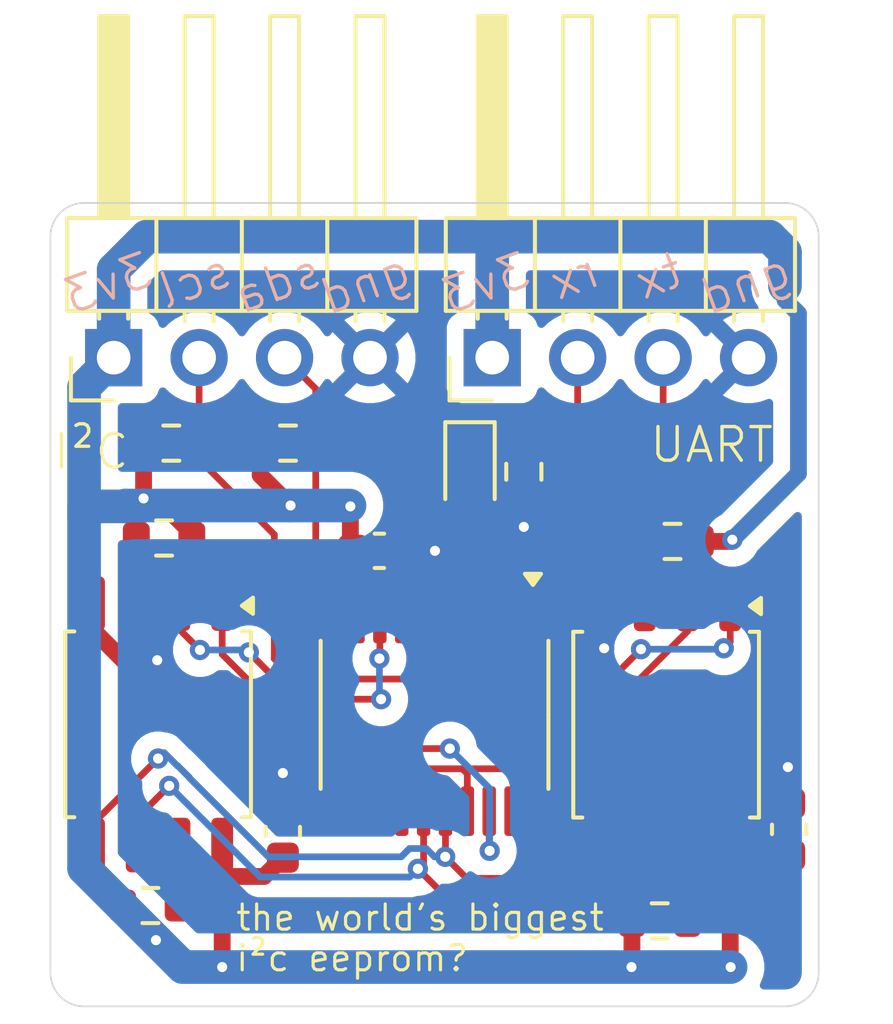
<source format=kicad_pcb>
(kicad_pcb (version 20241229) (generator "pcbnew") (generator_version "9.0")
  (layers (0 "F.Cu" signal) (2 "B.Cu" signal) (13 "F.Paste" user) (15 "B.Paste" user) (5 "F.SilkS" user "F.Silkscreen") (7 "B.SilkS" user "B.Silkscreen") (1 "F.Mask" user) (3 "B.Mask" user) (25 "Edge.Cuts" user))
  (net 0 "")
  (net 1 "+3V3")
  (net 2 "GND")
  (net 3 "Net-(D1-K)")
  (net 4 "Net-(D1-A)")
  (net 5 "Net-(U2-~{WP})")
  (net 6 "Net-(U2-~{HOLD})")
  (net 7 "Net-(U3-~{HOLD})")
  (net 8 "Net-(U3-~{WP})")
  (net 9 "scl")
  (net 10 "sda")
  (net 11 "uart_rx")
  (net 14 "spi_mosi")
  (net 17 "spi_sck")
  (net 19 "spi_ncs_2")
  (net 20 "uart_tx")
  (net 22 "spi_miso")
  (net 25 "spi_ncs")
  (footprint "Resistor_SMD:R_0603_1608Metric" (layer "F.Cu") (at 120.5484 64.9224)
    (property "Reference" "R7" (hide yes))
    (property "Value" "5.1k")
    (fp_line (start -0.237258 -0.5225) (end 0.237258 -0.5225) (stroke (width 0.12)) (layer "F.SilkS"))
    (fp_line (start -0.237258 0.5225) (end 0.237258 0.5225) (stroke (width 0.12)) (layer "F.SilkS"))
    (pad "1" smd roundrect (at -0.825 0) (size 0.8 0.95) (layers "F.Cu" "F.Mask" "F.Paste") (net 1 "+3V3"))
    (pad "2" smd roundrect (at 0.825 0) (size 0.8 0.95) (layers "F.Cu" "F.Mask" "F.Paste") (net 10 "sda"))
  )
  (footprint "Capacitor_SMD:C_0603_1608Metric" (layer "F.Cu") (at 123.2662 68.1228)
    (property "Reference" "C1" (hide yes))
    (property "Value" "C_Small")
    (fp_line (start -0.14058 -0.51) (end 0.14058 -0.51) (stroke (width 0.12)) (layer "F.SilkS"))
    (fp_line (start -0.14058 0.51) (end 0.14058 0.51) (stroke (width 0.12)) (layer "F.SilkS"))
    (pad "1" smd roundrect (at -0.775 0) (size 0.9 0.95) (layers "F.Cu" "F.Mask" "F.Paste") (net 1 "+3V3"))
    (pad "2" smd roundrect (at 0.775 0) (size 0.9 0.95) (layers "F.Cu" "F.Mask" "F.Paste") (net 2 "GND"))
  )
  (footprint "Resistor_SMD:R_0603_1608Metric" (layer "F.Cu") (at 131.5974 79.121)
    (property "Reference" "R4" (hide yes))
    (property "Value" "10k")
    (fp_line (start -0.237258 -0.5225) (end 0.237258 -0.5225) (stroke (width 0.12)) (layer "F.SilkS"))
    (fp_line (start -0.237258 0.5225) (end 0.237258 0.5225) (stroke (width 0.12)) (layer "F.SilkS"))
    (pad "1" smd roundrect (at -0.825 0) (size 0.8 0.95) (layers "F.Cu" "F.Mask" "F.Paste") (net 1 "+3V3"))
    (pad "2" smd roundrect (at 0.825 0) (size 0.8 0.95) (layers "F.Cu" "F.Mask" "F.Paste") (net 7 "Net-(U3-~{HOLD})"))
  )
  (footprint "Capacitor_SMD:C_0603_1608Metric" (layer "F.Cu") (at 120.396 76.467 90)
    (property "Reference" "C2" (hide yes))
    (property "Value" "C_Small")
    (fp_line (start -0.14058 -0.51) (end 0.14058 -0.51) (stroke (width 0.12)) (layer "F.SilkS"))
    (fp_line (start -0.14058 0.51) (end 0.14058 0.51) (stroke (width 0.12)) (layer "F.SilkS"))
    (pad "1" smd roundrect (at -0.775 0 90) (size 0.9 0.95) (layers "F.Cu" "F.Mask" "F.Paste") (net 1 "+3V3"))
    (pad "2" smd roundrect (at 0.775 0 90) (size 0.9 0.95) (layers "F.Cu" "F.Mask" "F.Paste") (net 2 "GND"))
  )
  (footprint "Resistor_SMD:R_0603_1608Metric" (layer "F.Cu") (at 117.0818 64.9224)
    (property "Reference" "R6" (hide yes))
    (property "Value" "5.1k")
    (fp_line (start -0.237258 -0.5225) (end 0.237258 -0.5225) (stroke (width 0.12)) (layer "F.SilkS"))
    (fp_line (start -0.237258 0.5225) (end 0.237258 0.5225) (stroke (width 0.12)) (layer "F.SilkS"))
    (pad "1" smd roundrect (at -0.825 0) (size 0.8 0.95) (layers "F.Cu" "F.Mask" "F.Paste") (net 1 "+3V3"))
    (pad "2" smd roundrect (at 0.825 0) (size 0.8 0.95) (layers "F.Cu" "F.Mask" "F.Paste") (net 9 "scl"))
  )
  (footprint "Resistor_SMD:R_0603_1608Metric" (layer "F.Cu") (at 116.8654 67.7418 180)
    (property "Reference" "R1" (hide yes))
    (property "Value" "10k")
    (fp_line (start -0.237258 0.5225) (end 0.237258 0.5225) (stroke (width 0.12)) (layer "F.SilkS"))
    (fp_line (start -0.237258 -0.5225) (end 0.237258 -0.5225) (stroke (width 0.12)) (layer "F.SilkS"))
    (pad "1" smd roundrect (at -0.825 0 180) (size 0.8 0.95) (layers "F.Cu" "F.Mask" "F.Paste") (net 1 "+3V3"))
    (pad "2" smd roundrect (at 0.825 0 180) (size 0.8 0.95) (layers "F.Cu" "F.Mask" "F.Paste") (net 5 "Net-(U2-~{WP})"))
  )
  (footprint "Package_SO:SOIC-8_5.3x5.3mm_P1.27mm" (layer "F.Cu") (at 131.7879 73.2887 -90)
    (property "Reference" "U3" (hide yes))
    (property "Value" "25LCxxx")
    (fp_line (start -2.76 2.76) (end -2.76 2.49) (stroke (width 0.12)) (layer "F.SilkS"))
    (fp_line (start 0 2.76) (end -2.76 2.76) (stroke (width 0.12)) (layer "F.SilkS"))
    (fp_line (start 0 2.76) (end 2.76 2.76) (stroke (width 0.12)) (layer "F.SilkS"))
    (fp_line (start 2.76 2.76) (end 2.76 2.49) (stroke (width 0.12)) (layer "F.SilkS"))
    (fp_line (start -2.76 -2.76) (end -2.76 -2.49) (stroke (width 0.12)) (layer "F.SilkS"))
    (fp_line (start 0 -2.76) (end -2.76 -2.76) (stroke (width 0.12)) (layer "F.SilkS"))
    (fp_line (start 0 -2.76) (end 2.76 -2.76) (stroke (width 0.12)) (layer "F.SilkS"))
    (fp_line (start 2.76 -2.76) (end 2.76 -2.49) (stroke (width 0.12)) (layer "F.SilkS"))
    (fp_poly (pts (xy -3.525 -2.49) (xy -3.765 -2.82) (xy -3.285 -2.82)) (stroke (width 0.12)) (fill yes) (layer "F.SilkS"))
    (pad "1" smd roundrect (at -3.5875 -1.905 270) (size 1.625 0.65) (layers "F.Cu" "F.Mask" "F.Paste") (net 19 "spi_ncs_2"))
    (pad "2" smd roundrect (at -3.5875 -0.635 270) (size 1.625 0.65) (layers "F.Cu" "F.Mask" "F.Paste") (net 22 "spi_miso"))
    (pad "3" smd roundrect (at -3.5875 0.635 270) (size 1.625 0.65) (layers "F.Cu" "F.Mask" "F.Paste") (net 8 "Net-(U3-~{WP})"))
    (pad "4" smd roundrect (at -3.5875 1.905 270) (size 1.625 0.65) (layers "F.Cu" "F.Mask" "F.Paste") (net 2 "GND"))
    (pad "5" smd roundrect (at 3.5875 1.905 270) (size 1.625 0.65) (layers "F.Cu" "F.Mask" "F.Paste") (net 14 "spi_mosi"))
    (pad "6" smd roundrect (at 3.5875 0.635 270) (size 1.625 0.65) (layers "F.Cu" "F.Mask" "F.Paste") (net 17 "spi_sck"))
    (pad "7" smd roundrect (at 3.5875 -0.635 270) (size 1.625 0.65) (layers "F.Cu" "F.Mask" "F.Paste") (net 7 "Net-(U3-~{HOLD})"))
    (pad "8" smd roundrect (at 3.5875 -1.905 270) (size 1.625 0.65) (layers "F.Cu" "F.Mask" "F.Paste") (net 1 "+3V3"))
  )
  (footprint "Resistor_SMD:R_0603_1608Metric" (layer "F.Cu") (at 127.5588 65.7728 -90)
    (property "Reference" "R3" (hide yes))
    (property "Value" "R_Small")
    (fp_line (start -0.237258 0.5225) (end 0.237258 0.5225) (stroke (width 0.12)) (layer "F.SilkS"))
    (fp_line (start -0.237258 -0.5225) (end 0.237258 -0.5225) (stroke (width 0.12)) (layer "F.SilkS"))
    (pad "1" smd roundrect (at -0.825 0 270) (size 0.8 0.95) (layers "F.Cu" "F.Mask" "F.Paste") (net 3 "Net-(D1-K)"))
    (pad "2" smd roundrect (at 0.825 0 270) (size 0.8 0.95) (layers "F.Cu" "F.Mask" "F.Paste") (net 2 "GND"))
  )
  (footprint "Package_SO:SOIC-8_5.3x5.3mm_P1.27mm" (layer "F.Cu") (at 116.6876 73.279 -90)
    (property "Reference" "U2" (hide yes))
    (property "Value" "25LCxxx")
    (fp_line (start -2.76 2.76) (end -2.76 2.49) (stroke (width 0.12)) (layer "F.SilkS"))
    (fp_line (start 0 2.76) (end -2.76 2.76) (stroke (width 0.12)) (layer "F.SilkS"))
    (fp_line (start 0 2.76) (end 2.76 2.76) (stroke (width 0.12)) (layer "F.SilkS"))
    (fp_line (start 2.76 2.76) (end 2.76 2.49) (stroke (width 0.12)) (layer "F.SilkS"))
    (fp_line (start -2.76 -2.76) (end -2.76 -2.49) (stroke (width 0.12)) (layer "F.SilkS"))
    (fp_line (start 0 -2.76) (end -2.76 -2.76) (stroke (width 0.12)) (layer "F.SilkS"))
    (fp_line (start 0 -2.76) (end 2.76 -2.76) (stroke (width 0.12)) (layer "F.SilkS"))
    (fp_line (start 2.76 -2.76) (end 2.76 -2.49) (stroke (width 0.12)) (layer "F.SilkS"))
    (fp_poly (pts (xy -3.525 -2.49) (xy -3.765 -2.82) (xy -3.285 -2.82)) (stroke (width 0.12)) (fill yes) (layer "F.SilkS"))
    (pad "1" smd roundrect (at -3.5875 -1.905 270) (size 1.625 0.65) (layers "F.Cu" "F.Mask" "F.Paste") (net 25 "spi_ncs"))
    (pad "2" smd roundrect (at -3.5875 -0.635 270) (size 1.625 0.65) (layers "F.Cu" "F.Mask" "F.Paste") (net 22 "spi_miso"))
    (pad "3" smd roundrect (at -3.5875 0.635 270) (size 1.625 0.65) (layers "F.Cu" "F.Mask" "F.Paste") (net 5 "Net-(U2-~{WP})"))
    (pad "4" smd roundrect (at -3.5875 1.905 270) (size 1.625 0.65) (layers "F.Cu" "F.Mask" "F.Paste") (net 2 "GND"))
    (pad "5" smd roundrect (at 3.5875 1.905 270) (size 1.625 0.65) (layers "F.Cu" "F.Mask" "F.Paste") (net 14 "spi_mosi"))
    (pad "6" smd roundrect (at 3.5875 0.635 270) (size 1.625 0.65) (layers "F.Cu" "F.Mask" "F.Paste") (net 17 "spi_sck"))
    (pad "7" smd roundrect (at 3.5875 -0.635 270) (size 1.625 0.65) (layers "F.Cu" "F.Mask" "F.Paste") (net 6 "Net-(U2-~{HOLD})"))
    (pad "8" smd roundrect (at 3.5875 -1.905 270) (size 1.625 0.65) (layers "F.Cu" "F.Mask" "F.Paste") (net 1 "+3V3"))
  )
  (footprint "Capacitor_SMD:C_0603_1608Metric" (layer "F.Cu") (at 135.4455 76.4005 90)
    (property "Reference" "C3" (hide yes))
    (property "Value" "C_Small")
    (fp_line (start -0.14058 -0.51) (end 0.14058 -0.51) (stroke (width 0.12)) (layer "F.SilkS"))
    (fp_line (start -0.14058 0.51) (end 0.14058 0.51) (stroke (width 0.12)) (layer "F.SilkS"))
    (pad "1" smd roundrect (at -0.775 0 90) (size 0.9 0.95) (layers "F.Cu" "F.Mask" "F.Paste") (net 1 "+3V3"))
    (pad "2" smd roundrect (at 0.775 0 90) (size 0.9 0.95) (layers "F.Cu" "F.Mask" "F.Paste") (net 2 "GND"))
  )
  (footprint "Connector_PinHeader_2.54mm:PinHeader_1x04_P2.54mm_Horizontal" (layer "F.Cu") (at 126.619 62.3824 90)
    (property "Reference" "J2" (hide yes))
    (property "Value" "Conn_01x04_Pin")
    (fp_line (start 4.15 -1.38) (end 1.39 -1.38) (stroke (width 0.12)) (layer "F.SilkS"))
    (fp_line (start 1.39 -1.38) (end 1.39 9) (stroke (width 0.12)) (layer "F.SilkS"))
    (fp_line (start -1.27 -1.27) (end 0 -1.27) (stroke (width 0.12)) (layer "F.SilkS"))
    (fp_line (start 1.16 -0.43) (end 1.39 -0.43) (stroke (width 0.12)) (layer "F.SilkS"))
    (fp_line (start -1.27 0) (end -1.27 -1.27) (stroke (width 0.12)) (layer "F.SilkS"))
    (fp_line (start 1.16 0.43) (end 1.39 0.43) (stroke (width 0.12)) (layer "F.SilkS"))
    (fp_line (start 1.39 1.27) (end 4.15 1.27) (stroke (width 0.12)) (layer "F.SilkS"))
    (fp_line (start 10.15 2.11) (end 10.15 2.97) (stroke (width 0.12)) (layer "F.SilkS"))
    (fp_line (start 4.15 2.11) (end 10.15 2.11) (stroke (width 0.12)) (layer "F.SilkS"))
    (fp_line (start 1.077358 2.11) (end 1.39 2.11) (stroke (width 0.12)) (layer "F.SilkS"))
    (fp_line (start 10.15 2.97) (end 4.15 2.97) (stroke (width 0.12)) (layer "F.SilkS"))
    (fp_line (start 1.077358 2.97) (end 1.39 2.97) (stroke (width 0.12)) (layer "F.SilkS"))
    (fp_line (start 1.39 3.81) (end 4.15 3.81) (stroke (width 0.12)) (layer "F.SilkS"))
    (fp_line (start 10.15 4.65) (end 10.15 5.51) (stroke (width 0.12)) (layer "F.SilkS"))
    (fp_line (start 4.15 4.65) (end 10.15 4.65) (stroke (width 0.12)) (layer "F.SilkS"))
    (fp_line (start 1.077358 4.65) (end 1.39 4.65) (stroke (width 0.12)) (layer "F.SilkS"))
    (fp_line (start 10.15 5.51) (end 4.15 5.51) (stroke (width 0.12)) (layer "F.SilkS"))
    (fp_line (start 1.077358 5.51) (end 1.39 5.51) (stroke (width 0.12)) (layer "F.SilkS"))
    (fp_line (start 1.39 6.35) (end 4.15 6.35) (stroke (width 0.12)) (layer "F.SilkS"))
    (fp_line (start 10.15 7.19) (end 10.15 8.05) (stroke (width 0.12)) (layer "F.SilkS"))
    (fp_line (start 4.15 7.19) (end 10.15 7.19) (stroke (width 0.12)) (layer "F.SilkS"))
    (fp_line (start 1.077358 7.19) (end 1.39 7.19) (stroke (width 0.12)) (layer "F.SilkS"))
    (fp_line (start 10.15 8.05) (end 4.15 8.05) (stroke (width 0.12)) (layer "F.SilkS"))
    (fp_line (start 1.077358 8.05) (end 1.39 8.05) (stroke (width 0.12)) (layer "F.SilkS"))
    (fp_line (start 4.15 9) (end 4.15 -1.38) (stroke (width 0.12)) (layer "F.SilkS"))
    (fp_line (start 1.39 9) (end 4.15 9) (stroke (width 0.12)) (layer "F.SilkS"))
    (fp_rect (start 4.15 -0.43) (end 10.15 0.43) (stroke (width 0.12)) (fill yes) (layer "F.SilkS"))
    (pad "1" thru_hole rect (at 0 0 90) (size 1.7 1.7) (drill 1) (layers "*.Cu" "*.Mask") (net 1 "+3V3"))
    (pad "2" thru_hole circle (at 0 2.54 90) (size 1.7 1.7) (drill 1) (layers "*.Cu" "*.Mask") (net 11 "uart_rx"))
    (pad "3" thru_hole circle (at 0 5.08 90) (size 1.7 1.7) (drill 1) (layers "*.Cu" "*.Mask") (net 20 "uart_tx"))
    (pad "4" thru_hole circle (at 0 7.62 90) (size 1.7 1.7) (drill 1) (layers "*.Cu" "*.Mask") (net 2 "GND"))
  )
  (footprint "Resistor_SMD:R_0603_1608Metric" (layer "F.Cu") (at 131.9784 67.8434 180)
    (property "Reference" "R5" (hide yes))
    (property "Value" "10k")
    (fp_line (start -0.237258 0.5225) (end 0.237258 0.5225) (stroke (width 0.12)) (layer "F.SilkS"))
    (fp_line (start -0.237258 -0.5225) (end 0.237258 -0.5225) (stroke (width 0.12)) (layer "F.SilkS"))
    (pad "1" smd roundrect (at -0.825 0 180) (size 0.8 0.95) (layers "F.Cu" "F.Mask" "F.Paste") (net 1 "+3V3"))
    (pad "2" smd roundrect (at 0.825 0 180) (size 0.8 0.95) (layers "F.Cu" "F.Mask" "F.Paste") (net 8 "Net-(U3-~{WP})"))
  )
  (footprint "LED_SMD:LED_0603_1608Metric" (layer "F.Cu") (at 125.9586 65.786 -90)
    (property "Reference" "D1" (hide yes))
    (property "Value" "LED_Small")
    (fp_line (start -1.485 0.735) (end 0.8 0.735) (stroke (width 0.12)) (layer "F.SilkS"))
    (fp_line (start -1.485 -0.735) (end -1.485 0.735) (stroke (width 0.12)) (layer "F.SilkS"))
    (fp_line (start 0.8 -0.735) (end -1.485 -0.735) (stroke (width 0.12)) (layer "F.SilkS"))
    (pad "1" smd roundrect (at -0.7875 0 270) (size 0.875 0.95) (layers "F.Cu" "F.Mask" "F.Paste") (net 3 "Net-(D1-K)"))
    (pad "2" smd roundrect (at 0.7875 0 270) (size 0.875 0.95) (layers "F.Cu" "F.Mask" "F.Paste") (net 4 "Net-(D1-A)"))
  )
  (footprint "Resistor_SMD:R_0603_1608Metric" (layer "F.Cu") (at 116.459 78.6638)
    (property "Reference" "R2" (hide yes))
    (property "Value" "10k")
    (fp_line (start -0.237258 -0.5225) (end 0.237258 -0.5225) (stroke (width 0.12)) (layer "F.SilkS"))
    (fp_line (start -0.237258 0.5225) (end 0.237258 0.5225) (stroke (width 0.12)) (layer "F.SilkS"))
    (pad "1" smd roundrect (at -0.825 0) (size 0.8 0.95) (layers "F.Cu" "F.Mask" "F.Paste") (net 1 "+3V3"))
    (pad "2" smd roundrect (at 0.825 0) (size 0.8 0.95) (layers "F.Cu" "F.Mask" "F.Paste") (net 6 "Net-(U2-~{HOLD})"))
  )
  (footprint "Connector_PinHeader_2.54mm:PinHeader_1x04_P2.54mm_Horizontal" (layer "F.Cu") (at 115.3668 62.3824 90)
    (property "Reference" "J1" (hide yes))
    (property "Value" "Conn_01x04_Pin")
    (fp_line (start 4.15 -1.38) (end 1.39 -1.38) (stroke (width 0.12)) (layer "F.SilkS"))
    (fp_line (start 1.39 -1.38) (end 1.39 9) (stroke (width 0.12)) (layer "F.SilkS"))
    (fp_line (start -1.27 -1.27) (end 0 -1.27) (stroke (width 0.12)) (layer "F.SilkS"))
    (fp_line (start 1.16 -0.43) (end 1.39 -0.43) (stroke (width 0.12)) (layer "F.SilkS"))
    (fp_line (start -1.27 0) (end -1.27 -1.27) (stroke (width 0.12)) (layer "F.SilkS"))
    (fp_line (start 1.16 0.43) (end 1.39 0.43) (stroke (width 0.12)) (layer "F.SilkS"))
    (fp_line (start 1.39 1.27) (end 4.15 1.27) (stroke (width 0.12)) (layer "F.SilkS"))
    (fp_line (start 10.15 2.11) (end 10.15 2.97) (stroke (width 0.12)) (layer "F.SilkS"))
    (fp_line (start 4.15 2.11) (end 10.15 2.11) (stroke (width 0.12)) (layer "F.SilkS"))
    (fp_line (start 1.077358 2.11) (end 1.39 2.11) (stroke (width 0.12)) (layer "F.SilkS"))
    (fp_line (start 10.15 2.97) (end 4.15 2.97) (stroke (width 0.12)) (layer "F.SilkS"))
    (fp_line (start 1.077358 2.97) (end 1.39 2.97) (stroke (width 0.12)) (layer "F.SilkS"))
    (fp_line (start 1.39 3.81) (end 4.15 3.81) (stroke (width 0.12)) (layer "F.SilkS"))
    (fp_line (start 10.15 4.65) (end 10.15 5.51) (stroke (width 0.12)) (layer "F.SilkS"))
    (fp_line (start 4.15 4.65) (end 10.15 4.65) (stroke (width 0.12)) (layer "F.SilkS"))
    (fp_line (start 1.077358 4.65) (end 1.39 4.65) (stroke (width 0.12)) (layer "F.SilkS"))
    (fp_line (start 10.15 5.51) (end 4.15 5.51) (stroke (width 0.12)) (layer "F.SilkS"))
    (fp_line (start 1.077358 5.51) (end 1.39 5.51) (stroke (width 0.12)) (layer "F.SilkS"))
    (fp_line (start 1.39 6.35) (end 4.15 6.35) (stroke (width 0.12)) (layer "F.SilkS"))
    (fp_line (start 10.15 7.19) (end 10.15 8.05) (stroke (width 0.12)) (layer "F.SilkS"))
    (fp_line (start 4.15 7.19) (end 10.15 7.19) (stroke (width 0.12)) (layer "F.SilkS"))
    (fp_line (start 1.077358 7.19) (end 1.39 7.19) (stroke (width 0.12)) (layer "F.SilkS"))
    (fp_line (start 10.15 8.05) (end 4.15 8.05) (stroke (width 0.12)) (layer "F.SilkS"))
    (fp_line (start 1.077358 8.05) (end 1.39 8.05) (stroke (width 0.12)) (layer "F.SilkS"))
    (fp_line (start 4.15 9) (end 4.15 -1.38) (stroke (width 0.12)) (layer "F.SilkS"))
    (fp_line (start 1.39 9) (end 4.15 9) (stroke (width 0.12)) (layer "F.SilkS"))
    (fp_rect (start 4.15 -0.43) (end 10.15 0.43) (stroke (width 0.12)) (fill yes) (layer "F.SilkS"))
    (pad "1" thru_hole rect (at 0 0 90) (size 1.7 1.7) (drill 1) (layers "*.Cu" "*.Mask") (net 1 "+3V3"))
    (pad "2" thru_hole circle (at 0 2.54 90) (size 1.7 1.7) (drill 1) (layers "*.Cu" "*.Mask") (net 9 "scl"))
    (pad "3" thru_hole circle (at 0 5.08 90) (size 1.7 1.7) (drill 1) (layers "*.Cu" "*.Mask") (net 10 "sda"))
    (pad "4" thru_hole circle (at 0 7.62 90) (size 1.7 1.7) (drill 1) (layers "*.Cu" "*.Mask") (net 2 "GND"))
  )
  (footprint "Package_SO:TSSOP-20_4.4x6.5mm_P0.65mm" (layer "F.Cu") (at 124.9045 72.9966 -90)
    (property "Reference" "U1" (hide yes))
    (property "Value" "CH32V003FxPx")
    (fp_line (start 0 3.385) (end -2.2 3.385) (stroke (width 0.12)) (layer "F.SilkS"))
    (fp_line (start 0 3.385) (end 2.2 3.385) (stroke (width 0.12)) (layer "F.SilkS"))
    (fp_line (start 0 -3.385) (end -2.2 -3.385) (stroke (width 0.12)) (layer "F.SilkS"))
    (fp_line (start 0 -3.385) (end 2.2 -3.385) (stroke (width 0.12)) (layer "F.SilkS"))
    (fp_poly (pts (xy -3.86 -2.925) (xy -4.19 -2.685) (xy -4.19 -3.165)) (stroke (width 0.12)) (fill yes) (layer "F.SilkS"))
    (pad "1" smd roundrect (at -2.8625 -2.925 270) (size 1.475 0.4) (layers "F.Cu" "F.Mask" "F.Paste"))
    (pad "2" smd roundrect (at -2.8625 -2.275 270) (size 1.475 0.4) (layers "F.Cu" "F.Mask" "F.Paste") (net 20 "uart_tx"))
    (pad "3" smd roundrect (at -2.8625 -1.625 270) (size 1.475 0.4) (layers "F.Cu" "F.Mask" "F.Paste") (net 11 "uart_rx"))
    (pad "4" smd roundrect (at -2.8625 -0.975 270) (size 1.475 0.4) (layers "F.Cu" "F.Mask" "F.Paste") (net 4 "Net-(D1-A)"))
    (pad "5" smd roundrect (at -2.8625 -0.325 270) (size 1.475 0.4) (layers "F.Cu" "F.Mask" "F.Paste"))
    (pad "6" smd roundrect (at -2.8625 0.325 270) (size 1.475 0.4) (layers "F.Cu" "F.Mask" "F.Paste"))
    (pad "7" smd roundrect (at -2.8625 0.975 270) (size 1.475 0.4) (layers "F.Cu" "F.Mask" "F.Paste") (net 2 "GND"))
    (pad "8" smd roundrect (at -2.8625 1.625 270) (size 1.475 0.4) (layers "F.Cu" "F.Mask" "F.Paste") (net 10 "sda"))
    (pad "9" smd roundrect (at -2.8625 2.275 270) (size 1.475 0.4) (layers "F.Cu" "F.Mask" "F.Paste") (net 1 "+3V3"))
    (pad "10" smd roundrect (at -2.8625 2.925 270) (size 1.475 0.4) (layers "F.Cu" "F.Mask" "F.Paste") (net 19 "spi_ncs_2"))
    (pad "11" smd roundrect (at 2.8625 2.925 270) (size 1.475 0.4) (layers "F.Cu" "F.Mask" "F.Paste") (net 25 "spi_ncs"))
    (pad "12" smd roundrect (at 2.8625 2.275 270) (size 1.475 0.4) (layers "F.Cu" "F.Mask" "F.Paste"))
    (pad "13" smd roundrect (at 2.8625 1.625 270) (size 1.475 0.4) (layers "F.Cu" "F.Mask" "F.Paste"))
    (pad "14" smd roundrect (at 2.8625 0.975 270) (size 1.475 0.4) (layers "F.Cu" "F.Mask" "F.Paste"))
    (pad "15" smd roundrect (at 2.8625 0.325 270) (size 1.475 0.4) (layers "F.Cu" "F.Mask" "F.Paste") (net 17 "spi_sck"))
    (pad "16" smd roundrect (at 2.8625 -0.325 270) (size 1.475 0.4) (layers "F.Cu" "F.Mask" "F.Paste") (net 14 "spi_mosi"))
    (pad "17" smd roundrect (at 2.8625 -0.975 270) (size 1.475 0.4) (layers "F.Cu" "F.Mask" "F.Paste") (net 22 "spi_miso"))
    (pad "18" smd roundrect (at 2.8625 -1.625 270) (size 1.475 0.4) (layers "F.Cu" "F.Mask" "F.Paste") (net 9 "scl"))
    (pad "19" smd roundrect (at 2.8625 -2.275 270) (size 1.475 0.4) (layers "F.Cu" "F.Mask" "F.Paste"))
    (pad "20" smd roundrect (at 2.8625 -2.925 270) (size 1.475 0.4) (layers "F.Cu" "F.Mask" "F.Paste"))
  )
  (gr_line (start 114.4872 57.785) (end 135.3218 57.785) (stroke (width 0.05)) (layer "Edge.Cuts"))
  (gr_arc (start 114.4872 81.661) (mid 113.780093 81.368107) (end 113.4872 80.661) (stroke (width 0.05)) (layer "Edge.Cuts"))
  (gr_arc (start 136.3218 80.661) (mid 136.028907 81.368107) (end 135.3218 81.661) (stroke (width 0.05)) (layer "Edge.Cuts"))
  (gr_line (start 136.3218 58.785) (end 136.3218 80.661) (stroke (width 0.05)) (layer "Edge.Cuts"))
  (gr_line (start 135.3218 81.661) (end 114.4872 81.661) (stroke (width 0.05)) (layer "Edge.Cuts"))
  (gr_arc (start 135.3218 57.785) (mid 136.028907 58.077893) (end 136.3218 58.785) (stroke (width 0.05)) (layer "Edge.Cuts"))
  (gr_line (start 113.4872 80.661) (end 113.4872 58.785) (stroke (width 0.05)) (layer "Edge.Cuts"))
  (gr_arc (start 113.4872 58.785) (mid 113.780093 58.077893) (end 114.4872 57.785) (stroke (width 0.05)) (layer "Edge.Cuts"))
  (gr_text "I²C" (at 113.5126 65.7606 0) (layer "F.SilkS") (effects (font (size 1 1) (thickness 0.1)) (justify left bottom)))
  (gr_text "the world's biggest\ni²c eeprom?" (at 118.9482 80.6704 0) (layer "F.SilkS") (effects (font (size 0.75 0.75) (thickness 0.09375)) (justify left bottom)))
  (gr_text "UART" (at 131.2418 65.5574 0) (layer "F.SilkS") (effects (font (size 1 1) (thickness 0.1)) (justify left bottom)))
  (gr_text "gnd" (at 124.3838 60.2488 20) (layer "B.SilkS") (effects (font (size 1 1) (thickness 0.1)) (justify left bottom mirror)))
  (gr_text "rx" (at 129.9972 60.2488 20) (layer "B.SilkS") (effects (font (size 1 1) (thickness 0.1)) (justify left bottom mirror)))
  (gr_text "scl" (at 119.0498 60.2488 20) (layer "B.SilkS") (effects (font (size 1 1) (thickness 0.1)) (justify left bottom mirror)))
  (gr_text "tx" (at 132.4864 60.2488 20) (layer "B.SilkS") (effects (font (size 1 1) (thickness 0.1)) (justify left bottom mirror)))
  (gr_text "gnd" (at 135.6868 60.2488 20) (layer "B.SilkS") (effects (font (size 1 1) (thickness 0.1)) (justify left bottom mirror)))
  (gr_text "3v3" (at 127.9398 60.2488 20) (layer "B.SilkS") (effects (font (size 1 1) (thickness 0.1)) (justify left bottom mirror)))
  (gr_text "3v3" (at 116.713 60.2488 20) (layer "B.SilkS") (effects (font (size 1 1) (thickness 0.1)) (justify left bottom mirror)))
  (gr_text "sda" (at 121.7168 60.2488 20) (layer "B.SilkS") (effects (font (size 1 1) (thickness 0.1)) (justify left bottom mirror)))
  (segment (start 133.6929 77.8002) (end 133.6929 80.4799) (width 0.5) (layer "F.Cu") (net 1))
  (segment (start 122.6295 69.1913) (end 122.6312 69.1896) (width 0.2) (layer "F.Cu") (net 1))
  (segment (start 116.2568 64.9224) (end 116.2568 66.5648) (width 0.5) (layer "F.Cu") (net 1))
  (segment (start 115.634 78.6638) (end 115.634 78.7024) (width 0.5) (layer "F.Cu") (net 1))
  (segment (start 115.634 78.7024) (end 116.6241 79.6925) (width 0.5) (layer "F.Cu") (net 1))
  (segment (start 118.5926 76.8665) (end 118.5926 77.8002) (width 0.5) (layer "F.Cu") (net 1))
  (segment (start 117.6904 67.6016) (end 117.6904 67.7418) (width 0.5) (layer "F.Cu") (net 1))
  (segment (start 119.7234 64.9224) (end 119.7234 65.8754) (width 0.5) (layer "F.Cu") (net 1))
  (segment (start 133.6929 80.4799) (end 133.7056 80.4926) (width 0.5) (layer "F.Cu") (net 1))
  (segment (start 122.4026 66.802) (end 122.4026 68.0342) (width 0.5) (layer "F.Cu") (net 1))
  (segment (start 134.8208 77.8002) (end 133.6929 77.8002) (width 0.5) (layer "F.Cu") (net 1))
  (segment (start 135.4455 77.1755) (end 134.8208 77.8002) (width 0.5) (layer "F.Cu") (net 1))
  (segment (start 116.2558 66.5658) (end 116.6546 66.5658) (width 0.5) (layer "F.Cu") (net 1))
  (segment (start 132.8034 67.8434) (end 133.7056 67.8434) (width 0.5) (layer "F.Cu") (net 1))
  (segment (start 133.6929 76.8762) (end 133.6929 77.8002) (width 0.5) (layer "F.Cu") (net 1))
  (segment (start 116.6546 66.5658) (end 117.6904 67.6016) (width 0.5) (layer "F.Cu") (net 1))
  (segment (start 119.8378 77.8002) (end 120.396 77.242) (width 0.5) (layer "F.Cu") (net 1))
  (segment (start 119.7234 65.8754) (end 120.6246 66.7766) (width 0.5) (layer "F.Cu") (net 1))
  (segment (start 118.5926 77.8002) (end 119.8378 77.8002) (width 0.5) (layer "F.Cu") (net 1))
  (segment (start 130.7724 79.121) (end 130.7724 80.4794) (width 0.5) (layer "F.Cu") (net 1))
  (segment (start 122.4912 69.0496) (end 122.4912 68.1228) (width 0.2) (layer "F.Cu") (net 1))
  (segment (start 116.2568 66.5648) (end 116.2558 66.5658) (width 0.5) (layer "F.Cu") (net 1))
  (segment (start 133.7056 67.8434) (end 133.7564 67.7926) (width 0.2) (layer "F.Cu") (net 1))
  (segment (start 122.6295 70.1341) (end 122.6295 69.1913) (width 0.2) (layer "F.Cu") (net 1))
  (segment (start 118.5926 77.8002) (end 118.5926 80.4926) (width 0.5) (layer "F.Cu") (net 1))
  (segment (start 122.6312 69.1896) (end 122.4912 69.0496) (width 0.2) (layer "F.Cu") (net 1))
  (segment (start 122.4026 68.0342) (end 122.4912 68.1228) (width 0.5) (layer "F.Cu") (net 1))
  (segment (start 130.7724 80.4794) (end 130.7592 80.4926) (width 0.5) (layer "F.Cu") (net 1))
  (via (at 116.6241 79.6925) (size 0.6) (drill 0.3) (layers "F.Cu" "B.Cu") (net 1))
  (via (at 122.4026 66.802) (size 0.6) (drill 0.3) (layers "F.Cu" "B.Cu") (net 1))
  (via (at 116.2558 66.5658) (size 0.6) (drill 0.3) (layers "F.Cu" "B.Cu") (net 1))
  (via (at 133.7564 67.7926) (size 0.6) (drill 0.3) (layers "F.Cu" "B.Cu") (net 1))
  (via (at 130.7592 80.4926) (size 0.6) (drill 0.3) (layers "F.Cu" "B.Cu") (net 1))
  (via (at 118.5926 80.4926) (size 0.6) (drill 0.3) (layers "F.Cu" "B.Cu") (net 1))
  (via (at 133.7056 80.4926) (size 0.6) (drill 0.3) (layers "F.Cu" "B.Cu") (net 1))
  (via (at 120.6246 66.7766) (size 0.6) (drill 0.3) (layers "F.Cu" "B.Cu") (net 1))
  (segment (start 116.6241 79.6925) (end 117.2464 80.3148) (width 1) (layer "B.Cu") (net 1))
  (segment (start 114.4882 77.5566) (end 116.6241 79.6925) (width 1) (layer "B.Cu") (net 1))
  (segment (start 115.3668 59.7662) (end 115.3668 62.3824) (width 1) (layer "B.Cu") (net 1))
  (segment (start 135.3208 59.2478) (end 134.859 58.786) (width 1) (layer "B.Cu") (net 1))
  (segment (start 132.4356 80.4926) (end 133.7056 80.4926) (width 1) (layer "B.Cu") (net 1))
  (segment (start 126.619 58.786) (end 126.619 62.3824) (width 1) (layer "B.Cu") (net 1))
  (segment (start 135.3208 60.6702) (end 135.7208 61.0702) (width 0.5) (layer "B.Cu") (net 1))
  (segment (start 134.859 58.786) (end 116.347 58.786) (width 1) (layer "B.Cu") (net 1))
  (segment (start 120.6246 66.7766) (end 122.3772 66.7766) (width 1) (layer "B.Cu") (net 1))
  (segment (start 115.3668 62.3824) (end 114.4882 63.261) (width 1) (layer "B.Cu") (net 1))
  (segment (start 118.5926 80.4926) (end 130.7592 80.4926) (width 1) (layer "B.Cu") (net 1))
  (segment (start 122.3772 66.7766) (end 122.4026 66.802) (width 0.5) (layer "B.Cu") (net 1))
  (segment (start 120.6246 66.7766) (end 115.7224 66.7766) (width 1) (layer "B.Cu") (net 1))
  (segment (start 135.7208 65.8282) (end 133.7564 67.7926) (width 0.5) (layer "B.Cu") (net 1))
  (segment (start 130.7592 80.4926) (end 132.4356 80.4926) (width 1) (layer "B.Cu") (net 1))
  (segment (start 115.697 66.802) (end 114.4882 66.802) (width 1) (layer "B.Cu") (net 1))
  (segment (start 117.4242 80.4926) (end 118.5926 80.4926) (width 1) (layer "B.Cu") (net 1))
  (segment (start 116.347 58.786) (end 115.3668 59.7662) (width 1) (layer "B.Cu") (net 1))
  (segment (start 114.4882 67.1322) (end 114.4882 77.5566) (width 1) (layer "B.Cu") (net 1))
  (segment (start 135.3208 60.2488) (end 135.3208 59.2478) (width 1) (layer "B.Cu") (net 1))
  (segment (start 114.4882 66.802) (end 114.4882 67.1322) (width 1) (layer "B.Cu") (net 1))
  (segment (start 114.4882 63.261) (end 114.4882 67.1322) (width 1) (layer "B.Cu") (net 1))
  (segment (start 117.2464 80.3148) (end 117.4242 80.4926) (width 1) (layer "B.Cu") (net 1))
  (segment (start 135.3208 60.2488) (end 135.3208 60.6702) (width 0.2) (layer "B.Cu") (net 1))
  (segment (start 115.7224 66.7766) (end 115.697 66.802) (width 1) (layer "B.Cu") (net 1))
  (segment (start 135.7208 61.0702) (end 135.7208 65.8282) (width 0.5) (layer "B.Cu") (net 1))
  (segment (start 129.8829 70.9549) (end 129.9464 71.0184) (width 0.5) (layer "F.Cu") (net 2))
  (segment (start 120.396 75.692) (end 120.396 74.7268) (width 0.5) (layer "F.Cu") (net 2))
  (segment (start 135.4455 74.5871) (end 135.4074 74.549) (width 0.5) (layer "F.Cu") (net 2))
  (segment (start 114.7826 70.503999) (end 115.652601 71.374) (width 0.5) (layer "F.Cu") (net 2))
  (segment (start 123.9295 68.2345) (end 124.0412 68.1228) (width 0.2) (layer "F.Cu") (net 2))
  (segment (start 114.7826 69.6915) (end 114.7826 70.503999) (width 0.5) (layer "F.Cu") (net 2))
  (segment (start 123.9295 70.1341) (end 123.9295 68.2345) (width 0.2) (layer "F.Cu") (net 2))
  (segment (start 135.4455 75.6255) (end 135.4455 74.5871) (width 0.5) (layer "F.Cu") (net 2))
  (segment (start 124.0412 68.1228) (end 124.9172 68.1228) (width 0.5) (layer "F.Cu") (net 2))
  (segment (start 129.8829 69.7012) (end 129.8829 70.9549) (width 0.5) (layer "F.Cu") (net 2))
  (segment (start 115.652601 71.374) (end 116.6622 71.374) (width 0.5) (layer "F.Cu") (net 2))
  (segment (start 127.5588 66.5978) (end 127.5588 67.4116) (width 0.5) (layer "F.Cu") (net 2))
  (via (at 135.4074 74.549) (size 0.6) (drill 0.3) (layers "F.Cu" "B.Cu") (net 2))
  (via (at 120.396 74.7268) (size 0.6) (drill 0.3) (layers "F.Cu" "B.Cu") (net 2))
  (via (at 116.6622 71.374) (size 0.6) (drill 0.3) (layers "F.Cu" "B.Cu") (net 2))
  (via (at 127.5588 67.4116) (size 0.6) (drill 0.3) (layers "F.Cu" "B.Cu") (net 2))
  (via (at 129.9464 71.0184) (size 0.6) (drill 0.3) (layers "F.Cu" "B.Cu") (net 2))
  (via (at 124.9172 68.1228) (size 0.6) (drill 0.3) (layers "F.Cu" "B.Cu") (net 2))
  (segment (start 125.9586 64.9985) (end 127.5081 64.9985) (width 0.2) (layer "F.Cu") (net 3))
  (segment (start 127.5081 64.9985) (end 127.5588 64.9478) (width 0.2) (layer "F.Cu") (net 3))
  (segment (start 125.8795 69.1388) (end 125.8795 70.1341) (width 0.2) (layer "F.Cu") (net 4))
  (segment (start 125.9586 66.5735) (end 125.9586 69.0597) (width 0.2) (layer "F.Cu") (net 4))
  (segment (start 125.9586 69.0597) (end 125.8795 69.1388) (width 0.2) (layer "F.Cu") (net 4))
  (segment (start 116.0526 69.6915) (end 116.0526 67.754) (width 0.2) (layer "F.Cu") (net 5))
  (segment (start 116.0526 67.754) (end 116.0404 67.7418) (width 0.2) (layer "F.Cu") (net 5))
  (segment (start 117.3226 76.8665) (end 117.3226 78.6394) (width 0.2) (layer "F.Cu") (net 6))
  (segment (start 132.4229 78.6897) (end 132.4102 78.7024) (width 0.2) (layer "F.Cu") (net 7))
  (segment (start 132.4229 76.8762) (end 132.4229 78.6897) (width 0.2) (layer "F.Cu") (net 7))
  (segment (start 131.1534 69.7007) (end 131.1529 69.7012) (width 0.2) (layer "F.Cu") (net 8))
  (segment (start 131.1534 67.8434) (end 131.1534 69.7007) (width 0.2) (layer "F.Cu") (net 8))
  (segment (start 120.142 67.6402) (end 117.9068 65.405) (width 0.2) (layer "F.Cu") (net 9))
  (segment (start 126.5295 77.0249) (end 126.5428 77.0382) (width 0.2) (layer "F.Cu") (net 9))
  (segment (start 125.358533 73.9998) (end 122.81183 73.9998) (width 0.2) (layer "F.Cu") (net 9))
  (segment (start 126.5295 75.8591) (end 126.5295 77.0249) (width 0.2) (layer "F.Cu") (net 9))
  (segment (start 120.142 71.32997) (end 120.142 67.6402) (width 0.2) (layer "F.Cu") (net 9))
  (segment (start 117.9068 65.405) (end 117.9068 64.9224) (width 0.2) (layer "F.Cu") (net 9))
  (segment (start 122.81183 73.9998) (end 120.142 71.32997) (width 0.2) (layer "F.Cu") (net 9))
  (segment (start 117.9068 62.3824) (end 117.9068 64.9224) (width 0.2) (layer "F.Cu") (net 9))
  (via (at 126.5428 77.0382) (size 0.6) (drill 0.3) (layers "F.Cu" "B.Cu") (net 9))
  (via (at 125.358533 73.9998) (size 0.6) (drill 0.3) (layers "F.Cu" "B.Cu") (net 9))
  (segment (start 126.5428 77.0382) (end 126.5428 75.184067) (width 0.2) (layer "B.Cu") (net 9))
  (segment (start 126.5428 75.184067) (end 125.358533 73.9998) (width 0.2) (layer "B.Cu") (net 9))
  (segment (start 123.317 72.5328) (end 121.91193 72.5328) (width 0.2) (layer "F.Cu") (net 10))
  (segment (start 121.91193 72.5328) (end 121.3734 71.99427) (width 0.2) (layer "F.Cu") (net 10))
  (segment (start 123.2795 70.1341) (end 123.2795 71.3099) (width 0.2) (layer "F.Cu") (net 10))
  (segment (start 121.3734 63.309) (end 121.3734 64.9224) (width 0.2) (layer "F.Cu") (net 10))
  (segment (start 120.4468 62.3824) (end 121.3734 63.309) (width 0.2) (layer "F.Cu") (net 10))
  (segment (start 121.3734 71.99427) (end 121.3734 64.9224) (width 0.2) (layer "F.Cu") (net 10))
  (segment (start 123.2795 71.3099) (end 123.2662 71.3232) (width 0.2) (layer "F.Cu") (net 10))
  (via (at 123.317 72.5328) (size 0.6) (drill 0.3) (layers "F.Cu" "B.Cu") (net 10))
  (via (at 123.2662 71.3232) (size 0.6) (drill 0.3) (layers "F.Cu" "B.Cu") (net 10))
  (segment (start 123.2662 71.3232) (end 123.2662 72.482) (width 0.2) (layer "B.Cu") (net 10))
  (segment (start 123.2662 72.482) (end 123.317 72.5328) (width 0.2) (layer "B.Cu") (net 10))
  (segment (start 129.159 66.661343) (end 129.159 62.3824) (width 0.2) (layer "F.Cu") (net 11))
  (segment (start 126.5295 69.290843) (end 129.159 66.661343) (width 0.2) (layer "F.Cu") (net 11))
  (segment (start 126.5295 70.1341) (end 126.5295 69.290843) (width 0.2) (layer "F.Cu") (net 11))
  (segment (start 125.2295 75.8591) (end 125.2295 77.2085) (width 0.2) (layer "F.Cu") (net 14))
  (segment (start 114.7826 76.2) (end 116.6876 74.295) (width 0.2) (layer "F.Cu") (net 14))
  (segment (start 125.2295 77.2085) (end 125.222 77.216) (width 0.2) (layer "F.Cu") (net 14))
  (segment (start 129.8829 77.7113) (end 129.8829 76.8762) (width 0.2) (layer "F.Cu") (net 14))
  (segment (start 129.7378 77.8564) (end 129.8829 77.7113) (width 0.2) (layer "F.Cu") (net 14))
  (segment (start 114.7826 76.8665) (end 114.7826 76.2) (width 0.2) (layer "F.Cu") (net 14))
  (segment (start 125.222 77.216) (end 125.8624 77.8564) (width 0.2) (layer "F.Cu") (net 14))
  (segment (start 125.8624 77.8564) (end 129.7378 77.8564) (width 0.2) (layer "F.Cu") (net 14))
  (via (at 125.222 77.216) (size 0.6) (drill 0.3) (layers "F.Cu" "B.Cu") (net 14))
  (via (at 116.6876 74.295) (size 0.6) (drill 0.3) (layers "F.Cu" "B.Cu") (net 14))
  (segment (start 117.6188 74.858857) (end 117.6188 74.8706) (width 0.2) (layer "B.Cu") (net 14))
  (segment (start 124.160257 76.9706) (end 124.658143 76.9706) (width 0.2) (layer "B.Cu") (net 14))
  (segment (start 123.914857 77.216) (end 124.160257 76.9706) (width 0.2) (layer "B.Cu") (net 14))
  (segment (start 116.6876 74.295) (end 116.8568 74.1258) (width 0.2) (layer "B.Cu") (net 14))
  (segment (start 116.8568 74.1258) (end 116.874 74.1258) (width 0.2) (layer "B.Cu") (net 14))
  (segment (start 117.266743 74.5068) (end 117.6188 74.858857) (width 0.2) (layer "B.Cu") (net 14))
  (segment (start 117.255 74.5068) (end 117.266743 74.5068) (width 0.2) (layer "B.Cu") (net 14))
  (segment (start 116.874 74.1258) (end 117.255 74.5068) (width 0.2) (layer "B.Cu") (net 14))
  (segment (start 124.658143 76.9706) (end 124.903543 77.216) (width 0.2) (layer "B.Cu") (net 14))
  (segment (start 117.6188 74.8706) (end 119.9642 77.216) (width 0.2) (layer "B.Cu") (net 14))
  (segment (start 119.9642 77.216) (end 123.914857 77.216) (width 0.2) (layer "B.Cu") (net 14))
  (segment (start 124.903543 77.216) (end 125.222 77.216) (width 0.2) (layer "B.Cu") (net 14))
  (segment (start 124.5795 75.8591) (end 124.5795 77.4013) (width 0.2) (layer "F.Cu") (net 17))
  (segment (start 131.1529 77.9399) (end 130.8354 78.2574) (width 0.2) (layer "F.Cu") (net 17))
  (segment (start 116.0526 76.073) (end 117.0178 75.1078) (width 0.2) (layer "F.Cu") (net 17))
  (segment (start 116.0526 76.8665) (end 116.0526 76.073) (width 0.2) (layer "F.Cu") (net 17))
  (segment (start 124.5795 77.4013) (end 124.4092 77.5716) (width 0.2) (layer "F.Cu") (net 17))
  (segment (start 131.1529 76.8762) (end 131.1529 77.9399) (width 0.2) (layer "F.Cu") (net 17))
  (segment (start 125.095 78.2574) (end 124.4092 77.5716) (width 0.2) (layer "F.Cu") (net 17))
  (segment (start 130.8354 78.2574) (end 125.095 78.2574) (width 0.2) (layer "F.Cu") (net 17))
  (via (at 124.4092 77.5716) (size 0.6) (drill 0.3) (layers "F.Cu" "B.Cu") (net 17))
  (via (at 117.0178 75.1078) (size 0.6) (drill 0.3) (layers "F.Cu" "B.Cu") (net 17))
  (segment (start 119.727 77.817) (end 124.1638 77.817) (width 0.2) (layer "B.Cu") (net 17))
  (segment (start 117.0178 75.1078) (end 119.727 77.817) (width 0.2) (layer "B.Cu") (net 17))
  (segment (start 124.1638 77.817) (end 124.4092 77.5716) (width 0.2) (layer "B.Cu") (net 17))
  (segment (start 133.6929 70.8279) (end 133.5024 71.0184) (width 0.2) (layer "F.Cu") (net 19))
  (segment (start 133.6929 69.7012) (end 133.6929 70.8279) (width 0.2) (layer "F.Cu") (net 19))
  (segment (start 122.3264 71.9328) (end 121.9795 71.5859) (width 0.2) (layer "F.Cu") (net 19))
  (segment (start 121.9795 71.5859) (end 121.9795 70.1341) (width 0.2) (layer "F.Cu") (net 19))
  (segment (start 130.15527 71.9328) (end 122.3264 71.9328) (width 0.2) (layer "F.Cu") (net 19))
  (segment (start 131.041435 71.046635) (end 130.15527 71.9328) (width 0.2) (layer "F.Cu") (net 19))
  (via (at 133.5024 71.0184) (size 0.6) (drill 0.3) (layers "F.Cu" "B.Cu") (net 19))
  (via (at 131.041435 71.046635) (size 0.6) (drill 0.3) (layers "F.Cu" "B.Cu") (net 19))
  (segment (start 133.474165 71.046635) (end 131.041435 71.046635) (width 0.2) (layer "B.Cu") (net 19))
  (segment (start 133.5024 71.0184) (end 133.474165 71.046635) (width 0.2) (layer "B.Cu") (net 19))
  (segment (start 131.699 64.877101) (end 127.1795 69.396601) (width 0.2) (layer "F.Cu") (net 20))
  (segment (start 127.1795 69.396601) (end 127.1795 70.1341) (width 0.2) (layer "F.Cu") (net 20))
  (segment (start 131.699 62.3824) (end 131.699 64.877101) (width 0.2) (layer "F.Cu") (net 20))
  (segment (start 132.4229 70.513699) (end 128.336799 74.5998) (width 0.2) (layer "F.Cu") (net 22))
  (segment (start 125.8795 74.7493) (end 125.8795 75.8591) (width 0.2) (layer "F.Cu") (net 22))
  (segment (start 125.7554 74.5998) (end 125.7554 74.6252) (width 0.2) (layer "F.Cu") (net 22))
  (segment (start 132.4229 69.7012) (end 132.4229 70.513699) (width 0.2) (layer "F.Cu") (net 22))
  (segment (start 119.385165 71.140235) (end 122.84473 74.5998) (width 0.2) (layer "F.Cu") (net 22))
  (segment (start 117.3226 69.6915) (end 117.3226 70.4596) (width 0.2) (layer "F.Cu") (net 22))
  (segment (start 122.84473 74.5998) (end 125.7554 74.5998) (width 0.2) (layer "F.Cu") (net 22))
  (segment (start 125.7554 74.6252) (end 125.8795 74.7493) (width 0.2) (layer "F.Cu") (net 22))
  (segment (start 128.336799 74.5998) (end 125.7554 74.5998) (width 0.2) (layer "F.Cu") (net 22))
  (segment (start 117.3226 70.4596) (end 117.9322 71.0692) (width 0.2) (layer "F.Cu") (net 22))
  (via (at 119.385165 71.140235) (size 0.6) (drill 0.3) (layers "F.Cu" "B.Cu") (net 22))
  (via (at 117.9322 71.0692) (size 0.6) (drill 0.3) (layers "F.Cu" "B.Cu") (net 22))
  (segment (start 117.9322 71.0692) (end 119.31413 71.0692) (width 0.2) (layer "B.Cu") (net 22))
  (segment (start 119.31413 71.0692) (end 119.385165 71.140235) (width 0.2) (layer "B.Cu") (net 22))
  (segment (start 121.9795 75.8591) (end 121.9795 74.5831) (width 0.2) (layer "F.Cu") (net 25))
  (segment (start 121.9795 74.5831) (end 118.5926 71.1962) (width 0.2) (layer "F.Cu") (net 25))
  (segment (start 118.5926 71.1962) (end 118.5926 69.6915) (width 0.2) (layer "F.Cu") (net 25))
  (zone (net 2) (net_name "GND") (layer "B.Cu") (connect_pads (clearance 0.5)) (min_thickness 0.25) (fill yes (thermal_gap 0.5) (thermal_bridge_width 0.5))
    (polygon (pts (xy 112.7506 57.6834) (xy 138.5316 57.6834) (xy 138.5316 81.788) (xy 138.1252 82.1944) (xy 112.9538 82.1944) (xy 111.9886 81.2292) (xy 111.9886 58.4454)))
  )
)
</source>
